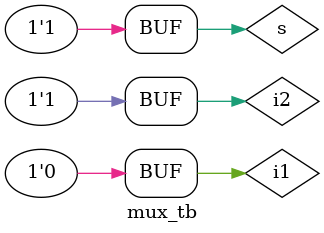
<source format=sv>
module mux_tb;
logic s,i1,i2;
logic y;
mux2to1 dut(y,s,i1,i2);
initial begin
    $dumpfile("test.vcd");
    $dumpvars(0,mux_tb);
    s=0;i1=0;i2=1;
    $monitor("s=%0d   y=%d",s,y);
    #5 s=1;
end
endmodule

</source>
